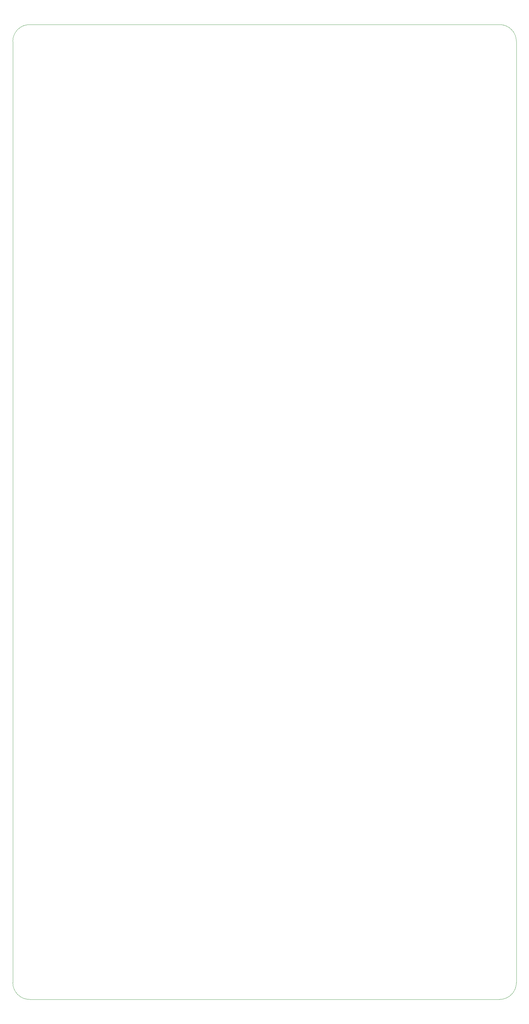
<source format=gm1>
G04 #@! TF.GenerationSoftware,KiCad,Pcbnew,(6.0.2)*
G04 #@! TF.CreationDate,2023-01-10T12:42:00+01:00*
G04 #@! TF.ProjectId,brutalist_01,62727574-616c-4697-9374-5f30312e6b69,00*
G04 #@! TF.SameCoordinates,Original*
G04 #@! TF.FileFunction,Profile,NP*
%FSLAX46Y46*%
G04 Gerber Fmt 4.6, Leading zero omitted, Abs format (unit mm)*
G04 Created by KiCad (PCBNEW (6.0.2)) date 2023-01-10 12:42:00*
%MOMM*%
%LPD*%
G01*
G04 APERTURE LIST*
G04 #@! TA.AperFunction,Profile*
%ADD10C,0.100000*%
G04 #@! TD*
G04 APERTURE END LIST*
D10*
X80750000Y-57000000D02*
X213750000Y-57000000D01*
X218500000Y-61750000D02*
G75*
G03*
X213750000Y-57000000I-4750000J0D01*
G01*
X218500000Y-327750000D02*
X218500000Y-61750000D01*
X80750000Y-57000000D02*
G75*
G03*
X76000000Y-61750000I0J-4750000D01*
G01*
X76000000Y-327750000D02*
X76000000Y-61750000D01*
X76000000Y-327750000D02*
G75*
G03*
X80750000Y-332500000I4750000J0D01*
G01*
X213750000Y-332500000D02*
X80750000Y-332500000D01*
X213750000Y-332500000D02*
G75*
G03*
X218500000Y-327750000I0J4750000D01*
G01*
M02*

</source>
